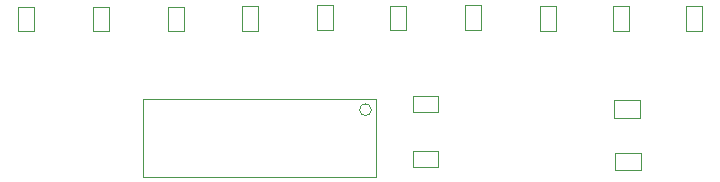
<source format=gbr>
G04*
G04 #@! TF.GenerationSoftware,Altium Limited,Altium Designer,24.1.2 (44)*
G04*
G04 Layer_Color=16711935*
%FSLAX44Y44*%
%MOMM*%
G71*
G04*
G04 #@! TF.SameCoordinates,BD343A0D-4BD6-4D64-9A7B-49F0AB29FDDA*
G04*
G04*
G04 #@! TF.FilePolarity,Positive*
G04*
G01*
G75*
%ADD36C,0.1000*%
D36*
X343674Y100962D02*
G03*
X343674Y100962I-5000J0D01*
G01*
X623970Y167808D02*
Y188808D01*
X610470Y167808D02*
Y188808D01*
X623970D01*
X610470Y167808D02*
X623970D01*
X561937D02*
Y188808D01*
X548437Y167808D02*
Y188808D01*
X561937D01*
X548437Y167808D02*
X561937D01*
X499905D02*
Y188808D01*
X486405Y167808D02*
Y188808D01*
X499905D01*
X486405Y167808D02*
X499905D01*
X436772Y168824D02*
Y189824D01*
X423272Y168824D02*
Y189824D01*
X436772D01*
X423272Y168824D02*
X436772D01*
X378788Y65932D02*
X399788D01*
X378788Y52432D02*
X399788D01*
X378788D02*
Y65932D01*
X399788Y52432D02*
Y65932D01*
X373272Y168062D02*
Y189062D01*
X359772Y168062D02*
Y189062D01*
X373272D01*
X359772Y168062D02*
X373272D01*
X378788Y112676D02*
X399788D01*
X378788Y99176D02*
X399788D01*
X378788D02*
Y112676D01*
X399788Y99176D02*
Y112676D01*
X150674Y43962D02*
Y109962D01*
X347674Y43962D02*
Y109962D01*
X150674Y43962D02*
X347674D01*
X150674Y109962D02*
X347674D01*
X311042Y168570D02*
Y189570D01*
X297542Y168570D02*
Y189570D01*
X311042D01*
X297542Y168570D02*
X311042D01*
X549466Y108850D02*
X571466D01*
X549466Y94350D02*
X571466D01*
X549466D02*
Y108850D01*
X571466Y94350D02*
Y108850D01*
X248050Y167808D02*
Y188808D01*
X234550Y167808D02*
Y188808D01*
X248050D01*
X234550Y167808D02*
X248050D01*
X184804Y167300D02*
Y188300D01*
X171304Y167300D02*
Y188300D01*
X184804D01*
X171304Y167300D02*
X184804D01*
X549832Y64400D02*
X571832D01*
X549832Y49900D02*
X571832D01*
X549832D02*
Y64400D01*
X571832Y49900D02*
Y64400D01*
X121812Y167300D02*
Y188300D01*
X108312Y167300D02*
Y188300D01*
X121812D01*
X108312Y167300D02*
X121812D01*
X57804D02*
Y188300D01*
X44304Y167300D02*
Y188300D01*
X57804D01*
X44304Y167300D02*
X57804D01*
M02*

</source>
